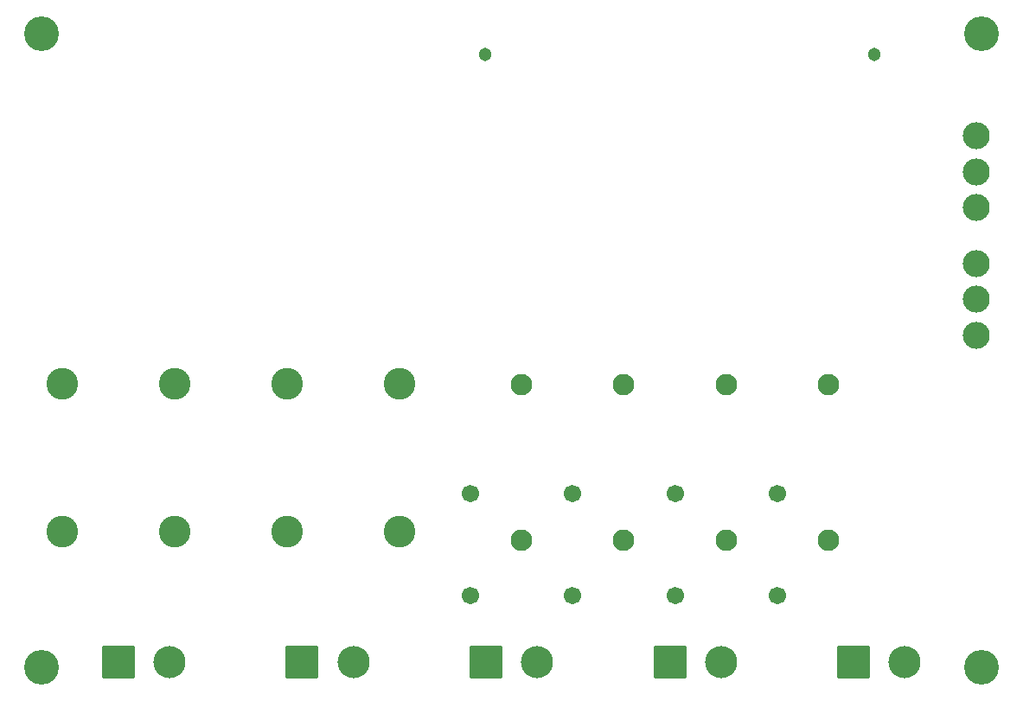
<source format=gbr>
G04 #@! TF.GenerationSoftware,KiCad,Pcbnew,7.0.5-4d25ed1034~172~ubuntu22.04.1*
G04 #@! TF.CreationDate,2023-06-14T16:15:45+03:00*
G04 #@! TF.ProjectId,AgonLight2-HvIO_Rev_A,41676f6e-4c69-4676-9874-322d4876494f,A*
G04 #@! TF.SameCoordinates,Original*
G04 #@! TF.FileFunction,Soldermask,Bot*
G04 #@! TF.FilePolarity,Negative*
%FSLAX46Y46*%
G04 Gerber Fmt 4.6, Leading zero omitted, Abs format (unit mm)*
G04 Created by KiCad (PCBNEW 7.0.5-4d25ed1034~172~ubuntu22.04.1) date 2023-06-14 16:15:45*
%MOMM*%
%LPD*%
G01*
G04 APERTURE LIST*
G04 Aperture macros list*
%AMRoundRect*
0 Rectangle with rounded corners*
0 $1 Rounding radius*
0 $2 $3 $4 $5 $6 $7 $8 $9 X,Y pos of 4 corners*
0 Add a 4 corners polygon primitive as box body*
4,1,4,$2,$3,$4,$5,$6,$7,$8,$9,$2,$3,0*
0 Add four circle primitives for the rounded corners*
1,1,$1+$1,$2,$3*
1,1,$1+$1,$4,$5*
1,1,$1+$1,$6,$7*
1,1,$1+$1,$8,$9*
0 Add four rect primitives between the rounded corners*
20,1,$1+$1,$2,$3,$4,$5,0*
20,1,$1+$1,$4,$5,$6,$7,0*
20,1,$1+$1,$6,$7,$8,$9,0*
20,1,$1+$1,$8,$9,$2,$3,0*%
G04 Aperture macros list end*
%ADD10RoundRect,0.050800X-1.524000X-1.524000X1.524000X-1.524000X1.524000X1.524000X-1.524000X1.524000X0*%
%ADD11C,3.149600*%
%ADD12C,3.401601*%
%ADD13C,2.101600*%
%ADD14C,1.701600*%
%ADD15C,2.641600*%
%ADD16C,3.101600*%
%ADD17C,1.301600*%
G04 APERTURE END LIST*
D10*
X102500000Y-165500000D03*
D11*
X107500000Y-165500000D03*
D12*
X59000000Y-166000000D03*
D13*
X106000000Y-138380000D03*
X106000000Y-153620000D03*
D12*
X151000000Y-104000000D03*
D10*
X138500000Y-165500000D03*
D11*
X143500000Y-165500000D03*
D10*
X66500000Y-165500000D03*
D11*
X71500000Y-165500000D03*
D14*
X101000000Y-159000000D03*
X101000000Y-149000000D03*
D13*
X116000000Y-138380000D03*
X116000000Y-153620000D03*
D10*
X84500000Y-165500000D03*
D11*
X89500000Y-165500000D03*
D15*
X150500000Y-126500000D03*
X150500000Y-130000000D03*
X150500000Y-133500000D03*
D10*
X120500000Y-165500000D03*
D11*
X125500000Y-165500000D03*
D14*
X131000000Y-159000000D03*
X131000000Y-149000000D03*
D12*
X151000000Y-166000000D03*
X59000000Y-104000000D03*
D16*
X94000000Y-138300000D03*
X94000000Y-152700000D03*
D14*
X121000000Y-159000000D03*
X121000000Y-149000000D03*
D16*
X83000000Y-138300000D03*
X83000000Y-152700000D03*
X61000000Y-138300000D03*
X61000000Y-152700000D03*
D15*
X150500000Y-114000000D03*
X150500000Y-117500000D03*
X150500000Y-121000000D03*
D16*
X72000000Y-138300000D03*
X72000000Y-152700000D03*
D13*
X136000000Y-138380000D03*
X136000000Y-153620000D03*
X126000000Y-138380000D03*
X126000000Y-153620000D03*
D17*
X140550000Y-106000000D03*
X102450000Y-106000000D03*
D14*
X111000000Y-159000000D03*
X111000000Y-149000000D03*
M02*

</source>
